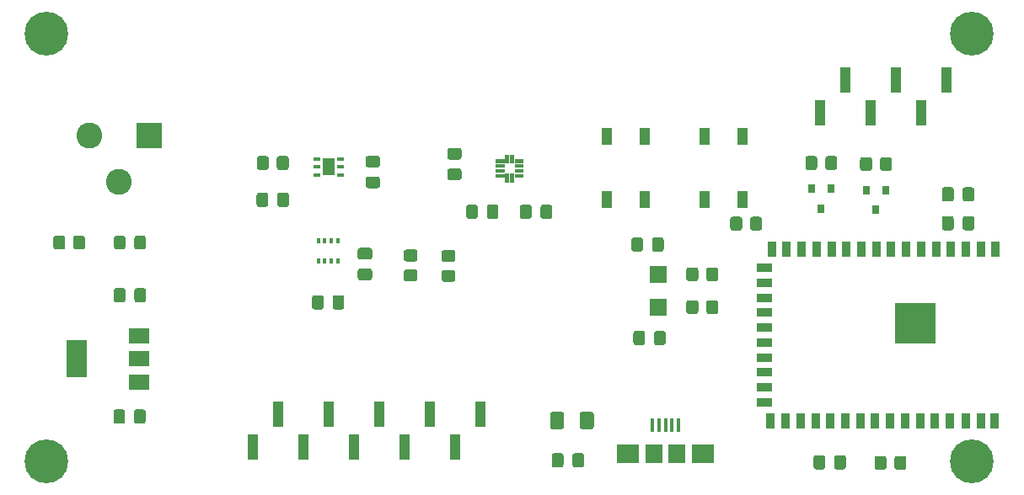
<source format=gbr>
G04 #@! TF.GenerationSoftware,KiCad,Pcbnew,5.1.7-a382d34a8~87~ubuntu18.04.1*
G04 #@! TF.CreationDate,2020-10-16T10:59:29-04:00*
G04 #@! TF.ProjectId,water_meter,77617465-725f-46d6-9574-65722e6b6963,rev?*
G04 #@! TF.SameCoordinates,Original*
G04 #@! TF.FileFunction,Soldermask,Top*
G04 #@! TF.FilePolarity,Negative*
%FSLAX46Y46*%
G04 Gerber Fmt 4.6, Leading zero omitted, Abs format (unit mm)*
G04 Created by KiCad (PCBNEW 5.1.7-a382d34a8~87~ubuntu18.04.1) date 2020-10-16 10:59:29*
%MOMM*%
%LPD*%
G01*
G04 APERTURE LIST*
%ADD10C,0.100000*%
%ADD11C,4.400000*%
%ADD12R,0.400000X1.400000*%
%ADD13R,2.300000X1.900000*%
%ADD14R,1.800000X1.900000*%
%ADD15R,1.000000X2.510000*%
%ADD16R,0.350000X0.500000*%
%ADD17C,2.600000*%
%ADD18R,2.600000X2.600000*%
%ADD19R,1.800000X1.750000*%
%ADD20R,2.000000X1.500000*%
%ADD21R,2.000000X3.800000*%
%ADD22R,0.900000X1.500000*%
%ADD23R,1.500000X0.900000*%
%ADD24R,4.100000X4.100000*%
%ADD25R,1.000000X1.700000*%
%ADD26R,0.800000X0.900000*%
%ADD27R,0.660400X0.355600*%
%ADD28R,1.244600X1.701800*%
G04 APERTURE END LIST*
D10*
G36*
X162950000Y-122400000D02*
G01*
X162150000Y-122400000D01*
X162150000Y-122100000D01*
X162950000Y-122100000D01*
X162950000Y-122400000D01*
G37*
X162950000Y-122400000D02*
X162150000Y-122400000D01*
X162150000Y-122100000D01*
X162950000Y-122100000D01*
X162950000Y-122400000D01*
G36*
X162950000Y-122900000D02*
G01*
X162150000Y-122900000D01*
X162150000Y-122600000D01*
X162950000Y-122600000D01*
X162950000Y-122900000D01*
G37*
X162950000Y-122900000D02*
X162150000Y-122900000D01*
X162150000Y-122600000D01*
X162950000Y-122600000D01*
X162950000Y-122900000D01*
G36*
X162950000Y-123400000D02*
G01*
X162150000Y-123400000D01*
X162150000Y-123100000D01*
X162950000Y-123100000D01*
X162950000Y-123400000D01*
G37*
X162950000Y-123400000D02*
X162150000Y-123400000D01*
X162150000Y-123100000D01*
X162950000Y-123100000D01*
X162950000Y-123400000D01*
G36*
X162950000Y-123900000D02*
G01*
X162150000Y-123900000D01*
X162150000Y-123600000D01*
X162950000Y-123600000D01*
X162950000Y-123900000D01*
G37*
X162950000Y-123900000D02*
X162150000Y-123900000D01*
X162150000Y-123600000D01*
X162950000Y-123600000D01*
X162950000Y-123900000D01*
G36*
X164850000Y-123900000D02*
G01*
X164050000Y-123900000D01*
X164050000Y-123600000D01*
X164850000Y-123600000D01*
X164850000Y-123900000D01*
G37*
X164850000Y-123900000D02*
X164050000Y-123900000D01*
X164050000Y-123600000D01*
X164850000Y-123600000D01*
X164850000Y-123900000D01*
G36*
X164850000Y-123400000D02*
G01*
X164050000Y-123400000D01*
X164050000Y-123100000D01*
X164850000Y-123100000D01*
X164850000Y-123400000D01*
G37*
X164850000Y-123400000D02*
X164050000Y-123400000D01*
X164050000Y-123100000D01*
X164850000Y-123100000D01*
X164850000Y-123400000D01*
G36*
X164850000Y-122900000D02*
G01*
X164050000Y-122900000D01*
X164050000Y-122600000D01*
X164850000Y-122600000D01*
X164850000Y-122900000D01*
G37*
X164850000Y-122900000D02*
X164050000Y-122900000D01*
X164050000Y-122600000D01*
X164850000Y-122600000D01*
X164850000Y-122900000D01*
G36*
X164850000Y-122400000D02*
G01*
X164050000Y-122400000D01*
X164050000Y-122100000D01*
X164850000Y-122100000D01*
X164850000Y-122400000D01*
G37*
X164850000Y-122400000D02*
X164050000Y-122400000D01*
X164050000Y-122100000D01*
X164850000Y-122100000D01*
X164850000Y-122400000D01*
G36*
X163900000Y-121650000D02*
G01*
X163900000Y-122450000D01*
X163600000Y-122450000D01*
X163600000Y-121650000D01*
X163900000Y-121650000D01*
G37*
X163900000Y-121650000D02*
X163900000Y-122450000D01*
X163600000Y-122450000D01*
X163600000Y-121650000D01*
X163900000Y-121650000D01*
G36*
X163400000Y-121650000D02*
G01*
X163400000Y-122450000D01*
X163100000Y-122450000D01*
X163100000Y-121650000D01*
X163400000Y-121650000D01*
G37*
X163400000Y-121650000D02*
X163400000Y-122450000D01*
X163100000Y-122450000D01*
X163100000Y-121650000D01*
X163400000Y-121650000D01*
G36*
X163400000Y-123550000D02*
G01*
X163400000Y-124350000D01*
X163100000Y-124350000D01*
X163100000Y-123550000D01*
X163400000Y-123550000D01*
G37*
X163400000Y-123550000D02*
X163400000Y-124350000D01*
X163100000Y-124350000D01*
X163100000Y-123550000D01*
X163400000Y-123550000D01*
G36*
X163900000Y-123550000D02*
G01*
X163900000Y-124350000D01*
X163600000Y-124350000D01*
X163600000Y-123550000D01*
X163900000Y-123550000D01*
G37*
X163900000Y-123550000D02*
X163900000Y-124350000D01*
X163600000Y-124350000D01*
X163600000Y-123550000D01*
X163900000Y-123550000D01*
D11*
X210000000Y-152500000D03*
D12*
X177900000Y-148850000D03*
X178550000Y-148850000D03*
X179200000Y-148850000D03*
X179850000Y-148850000D03*
X180500000Y-148850000D03*
D13*
X175450000Y-151700000D03*
X182950000Y-151700000D03*
D14*
X178050000Y-151700000D03*
X180350000Y-151700000D03*
D15*
X194750000Y-117455000D03*
X199830000Y-117455000D03*
X204910000Y-117455000D03*
X197290000Y-114145000D03*
X202370000Y-114145000D03*
X207450000Y-114145000D03*
X137770000Y-151055000D03*
X142850000Y-151055000D03*
X147930000Y-151055000D03*
X153010000Y-151055000D03*
X158090000Y-151055000D03*
X140310000Y-147745000D03*
X145390000Y-147745000D03*
X150470000Y-147745000D03*
X155550000Y-147745000D03*
X160630000Y-147745000D03*
D11*
X210000000Y-109500000D03*
X117000000Y-152500000D03*
X117000000Y-109500000D03*
G36*
G01*
X145760000Y-136985000D02*
X145760000Y-136035000D01*
G75*
G02*
X146010000Y-135785000I250000J0D01*
G01*
X146685000Y-135785000D01*
G75*
G02*
X146935000Y-136035000I0J-250000D01*
G01*
X146935000Y-136985000D01*
G75*
G02*
X146685000Y-137235000I-250000J0D01*
G01*
X146010000Y-137235000D01*
G75*
G02*
X145760000Y-136985000I0J250000D01*
G01*
G37*
G36*
G01*
X143685000Y-136985000D02*
X143685000Y-136035000D01*
G75*
G02*
X143935000Y-135785000I250000J0D01*
G01*
X144610000Y-135785000D01*
G75*
G02*
X144860000Y-136035000I0J-250000D01*
G01*
X144860000Y-136985000D01*
G75*
G02*
X144610000Y-137235000I-250000J0D01*
G01*
X143935000Y-137235000D01*
G75*
G02*
X143685000Y-136985000I0J250000D01*
G01*
G37*
G36*
G01*
X149485000Y-132210000D02*
X148535000Y-132210000D01*
G75*
G02*
X148285000Y-131960000I0J250000D01*
G01*
X148285000Y-131285000D01*
G75*
G02*
X148535000Y-131035000I250000J0D01*
G01*
X149485000Y-131035000D01*
G75*
G02*
X149735000Y-131285000I0J-250000D01*
G01*
X149735000Y-131960000D01*
G75*
G02*
X149485000Y-132210000I-250000J0D01*
G01*
G37*
G36*
G01*
X149485000Y-134285000D02*
X148535000Y-134285000D01*
G75*
G02*
X148285000Y-134035000I0J250000D01*
G01*
X148285000Y-133360000D01*
G75*
G02*
X148535000Y-133110000I250000J0D01*
G01*
X149485000Y-133110000D01*
G75*
G02*
X149735000Y-133360000I0J-250000D01*
G01*
X149735000Y-134035000D01*
G75*
G02*
X149485000Y-134285000I-250000J0D01*
G01*
G37*
D16*
X146285000Y-132330000D03*
X145635000Y-132330000D03*
X144985000Y-132330000D03*
X144335000Y-132330000D03*
X144335000Y-130280000D03*
X144985000Y-130280000D03*
X145635000Y-130280000D03*
X146285000Y-130280000D03*
G36*
G01*
X202200000Y-153100001D02*
X202200000Y-152199999D01*
G75*
G02*
X202449999Y-151950000I249999J0D01*
G01*
X203150001Y-151950000D01*
G75*
G02*
X203400000Y-152199999I0J-249999D01*
G01*
X203400000Y-153100001D01*
G75*
G02*
X203150001Y-153350000I-249999J0D01*
G01*
X202449999Y-153350000D01*
G75*
G02*
X202200000Y-153100001I0J249999D01*
G01*
G37*
G36*
G01*
X200200000Y-153100001D02*
X200200000Y-152199999D01*
G75*
G02*
X200449999Y-151950000I249999J0D01*
G01*
X201150001Y-151950000D01*
G75*
G02*
X201400000Y-152199999I0J-249999D01*
G01*
X201400000Y-153100001D01*
G75*
G02*
X201150001Y-153350000I-249999J0D01*
G01*
X200449999Y-153350000D01*
G75*
G02*
X200200000Y-153100001I0J249999D01*
G01*
G37*
G36*
G01*
X195250000Y-152125000D02*
X195250000Y-153075000D01*
G75*
G02*
X195000000Y-153325000I-250000J0D01*
G01*
X194325000Y-153325000D01*
G75*
G02*
X194075000Y-153075000I0J250000D01*
G01*
X194075000Y-152125000D01*
G75*
G02*
X194325000Y-151875000I250000J0D01*
G01*
X195000000Y-151875000D01*
G75*
G02*
X195250000Y-152125000I0J-250000D01*
G01*
G37*
G36*
G01*
X197325000Y-152125000D02*
X197325000Y-153075000D01*
G75*
G02*
X197075000Y-153325000I-250000J0D01*
G01*
X196400000Y-153325000D01*
G75*
G02*
X196150000Y-153075000I0J250000D01*
G01*
X196150000Y-152125000D01*
G75*
G02*
X196400000Y-151875000I250000J0D01*
G01*
X197075000Y-151875000D01*
G75*
G02*
X197325000Y-152125000I0J-250000D01*
G01*
G37*
G36*
G01*
X140150000Y-122950001D02*
X140150000Y-122049999D01*
G75*
G02*
X140399999Y-121800000I249999J0D01*
G01*
X141100001Y-121800000D01*
G75*
G02*
X141350000Y-122049999I0J-249999D01*
G01*
X141350000Y-122950001D01*
G75*
G02*
X141100001Y-123200000I-249999J0D01*
G01*
X140399999Y-123200000D01*
G75*
G02*
X140150000Y-122950001I0J249999D01*
G01*
G37*
G36*
G01*
X138150000Y-122950001D02*
X138150000Y-122049999D01*
G75*
G02*
X138399999Y-121800000I249999J0D01*
G01*
X139100001Y-121800000D01*
G75*
G02*
X139350000Y-122049999I0J-249999D01*
G01*
X139350000Y-122950001D01*
G75*
G02*
X139100001Y-123200000I-249999J0D01*
G01*
X138399999Y-123200000D01*
G75*
G02*
X138150000Y-122950001I0J249999D01*
G01*
G37*
G36*
G01*
X156949999Y-133250000D02*
X157850001Y-133250000D01*
G75*
G02*
X158100000Y-133499999I0J-249999D01*
G01*
X158100000Y-134200001D01*
G75*
G02*
X157850001Y-134450000I-249999J0D01*
G01*
X156949999Y-134450000D01*
G75*
G02*
X156700000Y-134200001I0J249999D01*
G01*
X156700000Y-133499999D01*
G75*
G02*
X156949999Y-133250000I249999J0D01*
G01*
G37*
G36*
G01*
X156949999Y-131250000D02*
X157850001Y-131250000D01*
G75*
G02*
X158100000Y-131499999I0J-249999D01*
G01*
X158100000Y-132200001D01*
G75*
G02*
X157850001Y-132450000I-249999J0D01*
G01*
X156949999Y-132450000D01*
G75*
G02*
X156700000Y-132200001I0J249999D01*
G01*
X156700000Y-131499999D01*
G75*
G02*
X156949999Y-131250000I249999J0D01*
G01*
G37*
G36*
G01*
X153149999Y-133200000D02*
X154050001Y-133200000D01*
G75*
G02*
X154300000Y-133449999I0J-249999D01*
G01*
X154300000Y-134150001D01*
G75*
G02*
X154050001Y-134400000I-249999J0D01*
G01*
X153149999Y-134400000D01*
G75*
G02*
X152900000Y-134150001I0J249999D01*
G01*
X152900000Y-133449999D01*
G75*
G02*
X153149999Y-133200000I249999J0D01*
G01*
G37*
G36*
G01*
X153149999Y-131200000D02*
X154050001Y-131200000D01*
G75*
G02*
X154300000Y-131449999I0J-249999D01*
G01*
X154300000Y-132150001D01*
G75*
G02*
X154050001Y-132400000I-249999J0D01*
G01*
X153149999Y-132400000D01*
G75*
G02*
X152900000Y-132150001I0J249999D01*
G01*
X152900000Y-131449999D01*
G75*
G02*
X153149999Y-131200000I249999J0D01*
G01*
G37*
G36*
G01*
X149325000Y-123850000D02*
X150275000Y-123850000D01*
G75*
G02*
X150525000Y-124100000I0J-250000D01*
G01*
X150525000Y-124775000D01*
G75*
G02*
X150275000Y-125025000I-250000J0D01*
G01*
X149325000Y-125025000D01*
G75*
G02*
X149075000Y-124775000I0J250000D01*
G01*
X149075000Y-124100000D01*
G75*
G02*
X149325000Y-123850000I250000J0D01*
G01*
G37*
G36*
G01*
X149325000Y-121775000D02*
X150275000Y-121775000D01*
G75*
G02*
X150525000Y-122025000I0J-250000D01*
G01*
X150525000Y-122700000D01*
G75*
G02*
X150275000Y-122950000I-250000J0D01*
G01*
X149325000Y-122950000D01*
G75*
G02*
X149075000Y-122700000I0J250000D01*
G01*
X149075000Y-122025000D01*
G75*
G02*
X149325000Y-121775000I250000J0D01*
G01*
G37*
G36*
G01*
X139300000Y-125725000D02*
X139300000Y-126675000D01*
G75*
G02*
X139050000Y-126925000I-250000J0D01*
G01*
X138375000Y-126925000D01*
G75*
G02*
X138125000Y-126675000I0J250000D01*
G01*
X138125000Y-125725000D01*
G75*
G02*
X138375000Y-125475000I250000J0D01*
G01*
X139050000Y-125475000D01*
G75*
G02*
X139300000Y-125725000I0J-250000D01*
G01*
G37*
G36*
G01*
X141375000Y-125725000D02*
X141375000Y-126675000D01*
G75*
G02*
X141125000Y-126925000I-250000J0D01*
G01*
X140450000Y-126925000D01*
G75*
G02*
X140200000Y-126675000I0J250000D01*
G01*
X140200000Y-125725000D01*
G75*
G02*
X140450000Y-125475000I250000J0D01*
G01*
X141125000Y-125475000D01*
G75*
G02*
X141375000Y-125725000I0J-250000D01*
G01*
G37*
D17*
X124300000Y-124400000D03*
X121300000Y-119700000D03*
D18*
X127300000Y-119700000D03*
G36*
G01*
X170575000Y-149025000D02*
X170575000Y-147775000D01*
G75*
G02*
X170825000Y-147525000I250000J0D01*
G01*
X171750000Y-147525000D01*
G75*
G02*
X172000000Y-147775000I0J-250000D01*
G01*
X172000000Y-149025000D01*
G75*
G02*
X171750000Y-149275000I-250000J0D01*
G01*
X170825000Y-149275000D01*
G75*
G02*
X170575000Y-149025000I0J250000D01*
G01*
G37*
G36*
G01*
X167600000Y-149025000D02*
X167600000Y-147775000D01*
G75*
G02*
X167850000Y-147525000I250000J0D01*
G01*
X168775000Y-147525000D01*
G75*
G02*
X169025000Y-147775000I0J-250000D01*
G01*
X169025000Y-149025000D01*
G75*
G02*
X168775000Y-149275000I-250000J0D01*
G01*
X167850000Y-149275000D01*
G75*
G02*
X167600000Y-149025000I0J250000D01*
G01*
G37*
D19*
X178500000Y-133725000D03*
X178500000Y-136975000D03*
D20*
X126350000Y-144500000D03*
X126350000Y-139900000D03*
X126350000Y-142200000D03*
D21*
X120050000Y-142200000D03*
D22*
X212375000Y-131175000D03*
X191375000Y-131175000D03*
X189875000Y-131175000D03*
D23*
X189125000Y-133050000D03*
X189125000Y-134550000D03*
X189125000Y-136050000D03*
X189125000Y-137550000D03*
X189125000Y-139050000D03*
X189125000Y-140550000D03*
X189125000Y-142050000D03*
X189125000Y-143550000D03*
D22*
X210875000Y-131175000D03*
X209375000Y-131175000D03*
X207875000Y-131175000D03*
X206375000Y-131175000D03*
X204875000Y-131175000D03*
X203375000Y-131175000D03*
X201875000Y-131175000D03*
X200375000Y-131175000D03*
X198875000Y-131175000D03*
X197375000Y-131175000D03*
X195875000Y-131175000D03*
X194375000Y-131175000D03*
X192875000Y-131175000D03*
X206275000Y-148425000D03*
X204775000Y-148425000D03*
X203275000Y-148425000D03*
X201775000Y-148425000D03*
X200275000Y-148425000D03*
X198775000Y-148425000D03*
X197275000Y-148425000D03*
X195775000Y-148425000D03*
X194275000Y-148425000D03*
X192775000Y-148425000D03*
X191275000Y-148425000D03*
X189775000Y-148425000D03*
D23*
X189125000Y-146550000D03*
X189125000Y-145050000D03*
D22*
X207775000Y-148425000D03*
X209375000Y-148425000D03*
X210875000Y-148425000D03*
X212275000Y-148425000D03*
D24*
X204335000Y-138610000D03*
D25*
X183100000Y-126150000D03*
X186900000Y-126150000D03*
X183100000Y-119850000D03*
X186900000Y-119850000D03*
X173300000Y-126150000D03*
X177100000Y-126150000D03*
X173300000Y-119850000D03*
X177100000Y-119850000D03*
G36*
G01*
X118900000Y-130049999D02*
X118900000Y-130950001D01*
G75*
G02*
X118650001Y-131200000I-249999J0D01*
G01*
X117949999Y-131200000D01*
G75*
G02*
X117700000Y-130950001I0J249999D01*
G01*
X117700000Y-130049999D01*
G75*
G02*
X117949999Y-129800000I249999J0D01*
G01*
X118650001Y-129800000D01*
G75*
G02*
X118900000Y-130049999I0J-249999D01*
G01*
G37*
G36*
G01*
X120900000Y-130049999D02*
X120900000Y-130950001D01*
G75*
G02*
X120650001Y-131200000I-249999J0D01*
G01*
X119949999Y-131200000D01*
G75*
G02*
X119700000Y-130950001I0J249999D01*
G01*
X119700000Y-130049999D01*
G75*
G02*
X119949999Y-129800000I249999J0D01*
G01*
X120650001Y-129800000D01*
G75*
G02*
X120900000Y-130049999I0J-249999D01*
G01*
G37*
G36*
G01*
X187700000Y-129050001D02*
X187700000Y-128149999D01*
G75*
G02*
X187949999Y-127900000I249999J0D01*
G01*
X188650001Y-127900000D01*
G75*
G02*
X188900000Y-128149999I0J-249999D01*
G01*
X188900000Y-129050001D01*
G75*
G02*
X188650001Y-129300000I-249999J0D01*
G01*
X187949999Y-129300000D01*
G75*
G02*
X187700000Y-129050001I0J249999D01*
G01*
G37*
G36*
G01*
X185700000Y-129050001D02*
X185700000Y-128149999D01*
G75*
G02*
X185949999Y-127900000I249999J0D01*
G01*
X186650001Y-127900000D01*
G75*
G02*
X186900000Y-128149999I0J-249999D01*
G01*
X186900000Y-129050001D01*
G75*
G02*
X186650001Y-129300000I-249999J0D01*
G01*
X185949999Y-129300000D01*
G75*
G02*
X185700000Y-129050001I0J249999D01*
G01*
G37*
G36*
G01*
X182500000Y-136549999D02*
X182500000Y-137450001D01*
G75*
G02*
X182250001Y-137700000I-249999J0D01*
G01*
X181549999Y-137700000D01*
G75*
G02*
X181300000Y-137450001I0J249999D01*
G01*
X181300000Y-136549999D01*
G75*
G02*
X181549999Y-136300000I249999J0D01*
G01*
X182250001Y-136300000D01*
G75*
G02*
X182500000Y-136549999I0J-249999D01*
G01*
G37*
G36*
G01*
X184500000Y-136549999D02*
X184500000Y-137450001D01*
G75*
G02*
X184250001Y-137700000I-249999J0D01*
G01*
X183549999Y-137700000D01*
G75*
G02*
X183300000Y-137450001I0J249999D01*
G01*
X183300000Y-136549999D01*
G75*
G02*
X183549999Y-136300000I249999J0D01*
G01*
X184250001Y-136300000D01*
G75*
G02*
X184500000Y-136549999I0J-249999D01*
G01*
G37*
G36*
G01*
X182500000Y-133249999D02*
X182500000Y-134150001D01*
G75*
G02*
X182250001Y-134400000I-249999J0D01*
G01*
X181549999Y-134400000D01*
G75*
G02*
X181300000Y-134150001I0J249999D01*
G01*
X181300000Y-133249999D01*
G75*
G02*
X181549999Y-133000000I249999J0D01*
G01*
X182250001Y-133000000D01*
G75*
G02*
X182500000Y-133249999I0J-249999D01*
G01*
G37*
G36*
G01*
X184500000Y-133249999D02*
X184500000Y-134150001D01*
G75*
G02*
X184250001Y-134400000I-249999J0D01*
G01*
X183549999Y-134400000D01*
G75*
G02*
X183300000Y-134150001I0J249999D01*
G01*
X183300000Y-133249999D01*
G75*
G02*
X183549999Y-133000000I249999J0D01*
G01*
X184250001Y-133000000D01*
G75*
G02*
X184500000Y-133249999I0J-249999D01*
G01*
G37*
G36*
G01*
X196450000Y-122049999D02*
X196450000Y-122950001D01*
G75*
G02*
X196200001Y-123200000I-249999J0D01*
G01*
X195499999Y-123200000D01*
G75*
G02*
X195250000Y-122950001I0J249999D01*
G01*
X195250000Y-122049999D01*
G75*
G02*
X195499999Y-121800000I249999J0D01*
G01*
X196200001Y-121800000D01*
G75*
G02*
X196450000Y-122049999I0J-249999D01*
G01*
G37*
G36*
G01*
X194450000Y-122049999D02*
X194450000Y-122950001D01*
G75*
G02*
X194200001Y-123200000I-249999J0D01*
G01*
X193499999Y-123200000D01*
G75*
G02*
X193250000Y-122950001I0J249999D01*
G01*
X193250000Y-122049999D01*
G75*
G02*
X193499999Y-121800000I249999J0D01*
G01*
X194200001Y-121800000D01*
G75*
G02*
X194450000Y-122049999I0J-249999D01*
G01*
G37*
G36*
G01*
X199950000Y-122149999D02*
X199950000Y-123050001D01*
G75*
G02*
X199700001Y-123300000I-249999J0D01*
G01*
X198999999Y-123300000D01*
G75*
G02*
X198750000Y-123050001I0J249999D01*
G01*
X198750000Y-122149999D01*
G75*
G02*
X198999999Y-121900000I249999J0D01*
G01*
X199700001Y-121900000D01*
G75*
G02*
X199950000Y-122149999I0J-249999D01*
G01*
G37*
G36*
G01*
X201950000Y-122149999D02*
X201950000Y-123050001D01*
G75*
G02*
X201700001Y-123300000I-249999J0D01*
G01*
X200999999Y-123300000D01*
G75*
G02*
X200750000Y-123050001I0J249999D01*
G01*
X200750000Y-122149999D01*
G75*
G02*
X200999999Y-121900000I249999J0D01*
G01*
X201700001Y-121900000D01*
G75*
G02*
X201950000Y-122149999I0J-249999D01*
G01*
G37*
D26*
X195800000Y-125100000D03*
X193900000Y-125100000D03*
X194850000Y-127100000D03*
X200350000Y-127200000D03*
X199400000Y-125200000D03*
X201300000Y-125200000D03*
G36*
G01*
X125850000Y-130950001D02*
X125850000Y-130049999D01*
G75*
G02*
X126099999Y-129800000I249999J0D01*
G01*
X126750001Y-129800000D01*
G75*
G02*
X127000000Y-130049999I0J-249999D01*
G01*
X127000000Y-130950001D01*
G75*
G02*
X126750001Y-131200000I-249999J0D01*
G01*
X126099999Y-131200000D01*
G75*
G02*
X125850000Y-130950001I0J249999D01*
G01*
G37*
G36*
G01*
X123800000Y-130950001D02*
X123800000Y-130049999D01*
G75*
G02*
X124049999Y-129800000I249999J0D01*
G01*
X124700001Y-129800000D01*
G75*
G02*
X124950000Y-130049999I0J-249999D01*
G01*
X124950000Y-130950001D01*
G75*
G02*
X124700001Y-131200000I-249999J0D01*
G01*
X124049999Y-131200000D01*
G75*
G02*
X123800000Y-130950001I0J249999D01*
G01*
G37*
G36*
G01*
X160350000Y-126925000D02*
X160350000Y-127875000D01*
G75*
G02*
X160100000Y-128125000I-250000J0D01*
G01*
X159425000Y-128125000D01*
G75*
G02*
X159175000Y-127875000I0J250000D01*
G01*
X159175000Y-126925000D01*
G75*
G02*
X159425000Y-126675000I250000J0D01*
G01*
X160100000Y-126675000D01*
G75*
G02*
X160350000Y-126925000I0J-250000D01*
G01*
G37*
G36*
G01*
X162425000Y-126925000D02*
X162425000Y-127875000D01*
G75*
G02*
X162175000Y-128125000I-250000J0D01*
G01*
X161500000Y-128125000D01*
G75*
G02*
X161250000Y-127875000I0J250000D01*
G01*
X161250000Y-126925000D01*
G75*
G02*
X161500000Y-126675000I250000J0D01*
G01*
X162175000Y-126675000D01*
G75*
G02*
X162425000Y-126925000I0J-250000D01*
G01*
G37*
G36*
G01*
X166650000Y-127875000D02*
X166650000Y-126925000D01*
G75*
G02*
X166900000Y-126675000I250000J0D01*
G01*
X167575000Y-126675000D01*
G75*
G02*
X167825000Y-126925000I0J-250000D01*
G01*
X167825000Y-127875000D01*
G75*
G02*
X167575000Y-128125000I-250000J0D01*
G01*
X166900000Y-128125000D01*
G75*
G02*
X166650000Y-127875000I0J250000D01*
G01*
G37*
G36*
G01*
X164575000Y-127875000D02*
X164575000Y-126925000D01*
G75*
G02*
X164825000Y-126675000I250000J0D01*
G01*
X165500000Y-126675000D01*
G75*
G02*
X165750000Y-126925000I0J-250000D01*
G01*
X165750000Y-127875000D01*
G75*
G02*
X165500000Y-128125000I-250000J0D01*
G01*
X164825000Y-128125000D01*
G75*
G02*
X164575000Y-127875000I0J250000D01*
G01*
G37*
G36*
G01*
X125812500Y-148475000D02*
X125812500Y-147525000D01*
G75*
G02*
X126062500Y-147275000I250000J0D01*
G01*
X126737500Y-147275000D01*
G75*
G02*
X126987500Y-147525000I0J-250000D01*
G01*
X126987500Y-148475000D01*
G75*
G02*
X126737500Y-148725000I-250000J0D01*
G01*
X126062500Y-148725000D01*
G75*
G02*
X125812500Y-148475000I0J250000D01*
G01*
G37*
G36*
G01*
X123737500Y-148475000D02*
X123737500Y-147525000D01*
G75*
G02*
X123987500Y-147275000I250000J0D01*
G01*
X124662500Y-147275000D01*
G75*
G02*
X124912500Y-147525000I0J-250000D01*
G01*
X124912500Y-148475000D01*
G75*
G02*
X124662500Y-148725000I-250000J0D01*
G01*
X123987500Y-148725000D01*
G75*
G02*
X123737500Y-148475000I0J250000D01*
G01*
G37*
G36*
G01*
X124950000Y-135325000D02*
X124950000Y-136275000D01*
G75*
G02*
X124700000Y-136525000I-250000J0D01*
G01*
X124025000Y-136525000D01*
G75*
G02*
X123775000Y-136275000I0J250000D01*
G01*
X123775000Y-135325000D01*
G75*
G02*
X124025000Y-135075000I250000J0D01*
G01*
X124700000Y-135075000D01*
G75*
G02*
X124950000Y-135325000I0J-250000D01*
G01*
G37*
G36*
G01*
X127025000Y-135325000D02*
X127025000Y-136275000D01*
G75*
G02*
X126775000Y-136525000I-250000J0D01*
G01*
X126100000Y-136525000D01*
G75*
G02*
X125850000Y-136275000I0J250000D01*
G01*
X125850000Y-135325000D01*
G75*
G02*
X126100000Y-135075000I250000J0D01*
G01*
X126775000Y-135075000D01*
G75*
G02*
X127025000Y-135325000I0J-250000D01*
G01*
G37*
G36*
G01*
X158475000Y-122150000D02*
X157525000Y-122150000D01*
G75*
G02*
X157275000Y-121900000I0J250000D01*
G01*
X157275000Y-121225000D01*
G75*
G02*
X157525000Y-120975000I250000J0D01*
G01*
X158475000Y-120975000D01*
G75*
G02*
X158725000Y-121225000I0J-250000D01*
G01*
X158725000Y-121900000D01*
G75*
G02*
X158475000Y-122150000I-250000J0D01*
G01*
G37*
G36*
G01*
X158475000Y-124225000D02*
X157525000Y-124225000D01*
G75*
G02*
X157275000Y-123975000I0J250000D01*
G01*
X157275000Y-123300000D01*
G75*
G02*
X157525000Y-123050000I250000J0D01*
G01*
X158475000Y-123050000D01*
G75*
G02*
X158725000Y-123300000I0J-250000D01*
G01*
X158725000Y-123975000D01*
G75*
G02*
X158475000Y-124225000I-250000J0D01*
G01*
G37*
G36*
G01*
X208150000Y-125175000D02*
X208150000Y-126125000D01*
G75*
G02*
X207900000Y-126375000I-250000J0D01*
G01*
X207225000Y-126375000D01*
G75*
G02*
X206975000Y-126125000I0J250000D01*
G01*
X206975000Y-125175000D01*
G75*
G02*
X207225000Y-124925000I250000J0D01*
G01*
X207900000Y-124925000D01*
G75*
G02*
X208150000Y-125175000I0J-250000D01*
G01*
G37*
G36*
G01*
X210225000Y-125175000D02*
X210225000Y-126125000D01*
G75*
G02*
X209975000Y-126375000I-250000J0D01*
G01*
X209300000Y-126375000D01*
G75*
G02*
X209050000Y-126125000I0J250000D01*
G01*
X209050000Y-125175000D01*
G75*
G02*
X209300000Y-124925000I250000J0D01*
G01*
X209975000Y-124925000D01*
G75*
G02*
X210225000Y-125175000I0J-250000D01*
G01*
G37*
G36*
G01*
X208150000Y-128075000D02*
X208150000Y-129025000D01*
G75*
G02*
X207900000Y-129275000I-250000J0D01*
G01*
X207225000Y-129275000D01*
G75*
G02*
X206975000Y-129025000I0J250000D01*
G01*
X206975000Y-128075000D01*
G75*
G02*
X207225000Y-127825000I250000J0D01*
G01*
X207900000Y-127825000D01*
G75*
G02*
X208150000Y-128075000I0J-250000D01*
G01*
G37*
G36*
G01*
X210225000Y-128075000D02*
X210225000Y-129025000D01*
G75*
G02*
X209975000Y-129275000I-250000J0D01*
G01*
X209300000Y-129275000D01*
G75*
G02*
X209050000Y-129025000I0J250000D01*
G01*
X209050000Y-128075000D01*
G75*
G02*
X209300000Y-127825000I250000J0D01*
G01*
X209975000Y-127825000D01*
G75*
G02*
X210225000Y-128075000I0J-250000D01*
G01*
G37*
G36*
G01*
X169850000Y-152875000D02*
X169850000Y-151925000D01*
G75*
G02*
X170100000Y-151675000I250000J0D01*
G01*
X170775000Y-151675000D01*
G75*
G02*
X171025000Y-151925000I0J-250000D01*
G01*
X171025000Y-152875000D01*
G75*
G02*
X170775000Y-153125000I-250000J0D01*
G01*
X170100000Y-153125000D01*
G75*
G02*
X169850000Y-152875000I0J250000D01*
G01*
G37*
G36*
G01*
X167775000Y-152875000D02*
X167775000Y-151925000D01*
G75*
G02*
X168025000Y-151675000I250000J0D01*
G01*
X168700000Y-151675000D01*
G75*
G02*
X168950000Y-151925000I0J-250000D01*
G01*
X168950000Y-152875000D01*
G75*
G02*
X168700000Y-153125000I-250000J0D01*
G01*
X168025000Y-153125000D01*
G75*
G02*
X167775000Y-152875000I0J250000D01*
G01*
G37*
G36*
G01*
X178050000Y-140575000D02*
X178050000Y-139625000D01*
G75*
G02*
X178300000Y-139375000I250000J0D01*
G01*
X178975000Y-139375000D01*
G75*
G02*
X179225000Y-139625000I0J-250000D01*
G01*
X179225000Y-140575000D01*
G75*
G02*
X178975000Y-140825000I-250000J0D01*
G01*
X178300000Y-140825000D01*
G75*
G02*
X178050000Y-140575000I0J250000D01*
G01*
G37*
G36*
G01*
X175975000Y-140575000D02*
X175975000Y-139625000D01*
G75*
G02*
X176225000Y-139375000I250000J0D01*
G01*
X176900000Y-139375000D01*
G75*
G02*
X177150000Y-139625000I0J-250000D01*
G01*
X177150000Y-140575000D01*
G75*
G02*
X176900000Y-140825000I-250000J0D01*
G01*
X176225000Y-140825000D01*
G75*
G02*
X175975000Y-140575000I0J250000D01*
G01*
G37*
G36*
G01*
X177850000Y-131175000D02*
X177850000Y-130225000D01*
G75*
G02*
X178100000Y-129975000I250000J0D01*
G01*
X178775000Y-129975000D01*
G75*
G02*
X179025000Y-130225000I0J-250000D01*
G01*
X179025000Y-131175000D01*
G75*
G02*
X178775000Y-131425000I-250000J0D01*
G01*
X178100000Y-131425000D01*
G75*
G02*
X177850000Y-131175000I0J250000D01*
G01*
G37*
G36*
G01*
X175775000Y-131175000D02*
X175775000Y-130225000D01*
G75*
G02*
X176025000Y-129975000I250000J0D01*
G01*
X176700000Y-129975000D01*
G75*
G02*
X176950000Y-130225000I0J-250000D01*
G01*
X176950000Y-131175000D01*
G75*
G02*
X176700000Y-131425000I-250000J0D01*
G01*
X176025000Y-131425000D01*
G75*
G02*
X175775000Y-131175000I0J250000D01*
G01*
G37*
D27*
X144156200Y-122099999D03*
X144156200Y-122900000D03*
X144156200Y-123700001D03*
X146543800Y-123700001D03*
X146543800Y-122900000D03*
X146543800Y-122099999D03*
D28*
X145350000Y-122900000D03*
M02*

</source>
